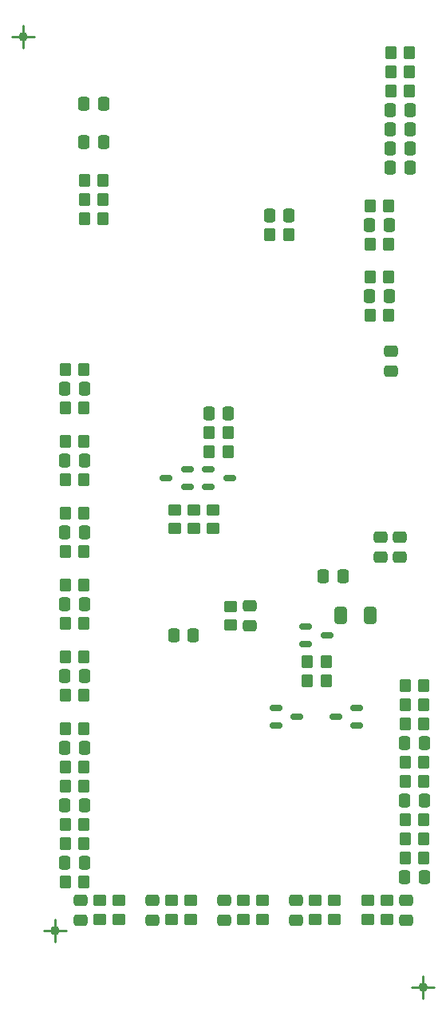
<source format=gbp>
%TF.GenerationSoftware,KiCad,Pcbnew,9.0.7-9.0.7~ubuntu24.04.1*%
%TF.CreationDate,2026-01-21T16:48:32-08:00*%
%TF.ProjectId,Pico-ButtonBoard-v1,5069636f-2d42-4757-9474-6f6e426f6172,1*%
%TF.SameCoordinates,Original*%
%TF.FileFunction,Paste,Bot*%
%TF.FilePolarity,Positive*%
%FSLAX46Y46*%
G04 Gerber Fmt 4.6, Leading zero omitted, Abs format (unit mm)*
G04 Created by KiCad (PCBNEW 9.0.7-9.0.7~ubuntu24.04.1) date 2026-01-21 16:48:32*
%MOMM*%
%LPD*%
G01*
G04 APERTURE LIST*
G04 Aperture macros list*
%AMRoundRect*
0 Rectangle with rounded corners*
0 $1 Rounding radius*
0 $2 $3 $4 $5 $6 $7 $8 $9 X,Y pos of 4 corners*
0 Add a 4 corners polygon primitive as box body*
4,1,4,$2,$3,$4,$5,$6,$7,$8,$9,$2,$3,0*
0 Add four circle primitives for the rounded corners*
1,1,$1+$1,$2,$3*
1,1,$1+$1,$4,$5*
1,1,$1+$1,$6,$7*
1,1,$1+$1,$8,$9*
0 Add four rect primitives between the rounded corners*
20,1,$1+$1,$2,$3,$4,$5,0*
20,1,$1+$1,$4,$5,$6,$7,0*
20,1,$1+$1,$6,$7,$8,$9,0*
20,1,$1+$1,$8,$9,$2,$3,0*%
G04 Aperture macros list end*
%ADD10C,0.254000*%
%ADD11C,0.500000*%
%ADD12RoundRect,0.250000X-0.350000X-0.450000X0.350000X-0.450000X0.350000X0.450000X-0.350000X0.450000X0*%
%ADD13RoundRect,0.250000X-0.337500X-0.475000X0.337500X-0.475000X0.337500X0.475000X-0.337500X0.475000X0*%
%ADD14RoundRect,0.250000X0.475000X-0.337500X0.475000X0.337500X-0.475000X0.337500X-0.475000X-0.337500X0*%
%ADD15RoundRect,0.250000X-0.450000X0.350000X-0.450000X-0.350000X0.450000X-0.350000X0.450000X0.350000X0*%
%ADD16RoundRect,0.150000X-0.512500X-0.150000X0.512500X-0.150000X0.512500X0.150000X-0.512500X0.150000X0*%
%ADD17RoundRect,0.250000X0.350000X0.450000X-0.350000X0.450000X-0.350000X-0.450000X0.350000X-0.450000X0*%
%ADD18RoundRect,0.250000X0.337500X0.475000X-0.337500X0.475000X-0.337500X-0.475000X0.337500X-0.475000X0*%
%ADD19RoundRect,0.150000X0.512500X0.150000X-0.512500X0.150000X-0.512500X-0.150000X0.512500X-0.150000X0*%
%ADD20RoundRect,0.250000X0.450000X-0.350000X0.450000X0.350000X-0.450000X0.350000X-0.450000X-0.350000X0*%
%ADD21RoundRect,0.250000X-0.475000X0.337500X-0.475000X-0.337500X0.475000X-0.337500X0.475000X0.337500X0*%
%ADD22RoundRect,0.250000X0.412500X0.650000X-0.412500X0.650000X-0.412500X-0.650000X0.412500X-0.650000X0*%
G04 APERTURE END LIST*
D10*
%TO.C,FID5*%
X183845200Y-171850200D02*
X183845200Y-174250200D01*
X185045200Y-173050200D02*
X182645200Y-173050200D01*
D11*
X184095200Y-173050200D02*
G75*
G02*
X183595200Y-173050200I-250000J0D01*
G01*
X183595200Y-173050200D02*
G75*
G02*
X184095200Y-173050200I250000J0D01*
G01*
D10*
%TO.C,FID4*%
X222910400Y-177844600D02*
X222910400Y-180244600D01*
X224110400Y-179044600D02*
X221710400Y-179044600D01*
D11*
X223160400Y-179044600D02*
G75*
G02*
X222660400Y-179044600I-250000J0D01*
G01*
X222660400Y-179044600D02*
G75*
G02*
X223160400Y-179044600I250000J0D01*
G01*
D10*
%TO.C,FID6*%
X180467000Y-77032000D02*
X180467000Y-79432000D01*
X181667000Y-78232000D02*
X179267000Y-78232000D01*
D11*
X180717000Y-78232000D02*
G75*
G02*
X180217000Y-78232000I-250000J0D01*
G01*
X180217000Y-78232000D02*
G75*
G02*
X180717000Y-78232000I250000J0D01*
G01*
%TD*%
D12*
%TO.C,R49*%
X217262200Y-103708200D03*
X219262200Y-103708200D03*
%TD*%
%TO.C,R56*%
X206645000Y-99187000D03*
X208645000Y-99187000D03*
%TD*%
%TO.C,R74*%
X184928000Y-121158000D03*
X186928000Y-121158000D03*
%TD*%
D13*
%TO.C,C35*%
X184890500Y-123190000D03*
X186965500Y-123190000D03*
%TD*%
D14*
%TO.C,C12*%
X221107000Y-171913500D03*
X221107000Y-169838500D03*
%TD*%
D15*
%TO.C,R65*%
X196596000Y-128413000D03*
X196596000Y-130413000D03*
%TD*%
D16*
%TO.C,Q2*%
X210469500Y-142682000D03*
X210469500Y-140782000D03*
X212744500Y-141732000D03*
%TD*%
D17*
%TO.C,R73*%
X186928000Y-117602000D03*
X184928000Y-117602000D03*
%TD*%
%TO.C,R70*%
X188960000Y-95504000D03*
X186960000Y-95504000D03*
%TD*%
%TO.C,R69*%
X188960000Y-93472000D03*
X186960000Y-93472000D03*
%TD*%
D13*
%TO.C,C20*%
X217220800Y-98171000D03*
X219295800Y-98171000D03*
%TD*%
D18*
%TO.C,C9*%
X223033500Y-153162000D03*
X220958500Y-153162000D03*
%TD*%
D12*
%TO.C,R82*%
X184928000Y-151638000D03*
X186928000Y-151638000D03*
%TD*%
D14*
%TO.C,C18*%
X219515500Y-113686500D03*
X219515500Y-111611500D03*
%TD*%
%TO.C,C27*%
X201803000Y-171913500D03*
X201803000Y-169838500D03*
%TD*%
D13*
%TO.C,C16*%
X219434500Y-92075000D03*
X221509500Y-92075000D03*
%TD*%
D15*
%TO.C,R66*%
X196215000Y-169876000D03*
X196215000Y-171876000D03*
%TD*%
D17*
%TO.C,R54*%
X212607000Y-146558000D03*
X210607000Y-146558000D03*
%TD*%
D16*
%TO.C,D24*%
X207269500Y-151318000D03*
X207269500Y-149418000D03*
X209544500Y-150368000D03*
%TD*%
D13*
%TO.C,C21*%
X217224700Y-105740200D03*
X219299700Y-105740200D03*
%TD*%
D19*
%TO.C,D23*%
X215894500Y-149418000D03*
X215894500Y-151318000D03*
X213619500Y-150368000D03*
%TD*%
D20*
%TO.C,R62*%
X200660000Y-130413000D03*
X200660000Y-128413000D03*
%TD*%
%TO.C,R63*%
X198628000Y-130413000D03*
X198628000Y-128413000D03*
%TD*%
D18*
%TO.C,C29*%
X198522500Y-141732000D03*
X196447500Y-141732000D03*
%TD*%
D21*
%TO.C,C26*%
X204520800Y-138611700D03*
X204520800Y-140686700D03*
%TD*%
D17*
%TO.C,R83*%
X186928000Y-155702000D03*
X184928000Y-155702000D03*
%TD*%
D13*
%TO.C,C15*%
X219434500Y-90043000D03*
X221509500Y-90043000D03*
%TD*%
D15*
%TO.C,R59*%
X202488800Y-138649200D03*
X202488800Y-140649200D03*
%TD*%
D18*
%TO.C,C23*%
X214397500Y-135487500D03*
X212322500Y-135487500D03*
%TD*%
D12*
%TO.C,R72*%
X184928000Y-113538000D03*
X186928000Y-113538000D03*
%TD*%
D13*
%TO.C,C34*%
X184890500Y-115570000D03*
X186965500Y-115570000D03*
%TD*%
D20*
%TO.C,R52*%
X213487000Y-171876000D03*
X213487000Y-169876000D03*
%TD*%
D15*
%TO.C,R68*%
X188595000Y-169876000D03*
X188595000Y-171876000D03*
%TD*%
D12*
%TO.C,R76*%
X184928000Y-128778000D03*
X186928000Y-128778000D03*
%TD*%
D13*
%TO.C,C41*%
X184890500Y-165862000D03*
X186965500Y-165862000D03*
%TD*%
D20*
%TO.C,R64*%
X198247000Y-171876000D03*
X198247000Y-169876000D03*
%TD*%
D12*
%TO.C,R84*%
X184928000Y-157734000D03*
X186928000Y-157734000D03*
%TD*%
D17*
%TO.C,R87*%
X186928000Y-167894000D03*
X184928000Y-167894000D03*
%TD*%
%TO.C,R71*%
X188960000Y-97536000D03*
X186960000Y-97536000D03*
%TD*%
%TO.C,R75*%
X186928000Y-125222000D03*
X184928000Y-125222000D03*
%TD*%
%TO.C,R38*%
X222996000Y-155194000D03*
X220996000Y-155194000D03*
%TD*%
D14*
%TO.C,C30*%
X194183000Y-171913500D03*
X194183000Y-169838500D03*
%TD*%
D13*
%TO.C,C40*%
X184890500Y-159766000D03*
X186965500Y-159766000D03*
%TD*%
D17*
%TO.C,R41*%
X222996000Y-163322000D03*
X220996000Y-163322000D03*
%TD*%
%TO.C,R40*%
X222996000Y-161290000D03*
X220996000Y-161290000D03*
%TD*%
D12*
%TO.C,R80*%
X184928000Y-144018000D03*
X186928000Y-144018000D03*
%TD*%
D17*
%TO.C,R77*%
X186928000Y-132842000D03*
X184928000Y-132842000D03*
%TD*%
D12*
%TO.C,R43*%
X219472000Y-79883000D03*
X221472000Y-79883000D03*
%TD*%
D19*
%TO.C,Q4*%
X197911300Y-124119600D03*
X197911300Y-126019600D03*
X195636300Y-125069600D03*
%TD*%
D18*
%TO.C,C25*%
X208682500Y-97155000D03*
X206607500Y-97155000D03*
%TD*%
D13*
%TO.C,C14*%
X219434500Y-88011000D03*
X221509500Y-88011000D03*
%TD*%
D12*
%TO.C,R78*%
X184928000Y-136398000D03*
X186928000Y-136398000D03*
%TD*%
D13*
%TO.C,C32*%
X186922500Y-89408000D03*
X188997500Y-89408000D03*
%TD*%
D12*
%TO.C,R37*%
X220996000Y-151130000D03*
X222996000Y-151130000D03*
%TD*%
D16*
%TO.C,Q3*%
X200081300Y-126019600D03*
X200081300Y-124119600D03*
X202356300Y-125069600D03*
%TD*%
D20*
%TO.C,R57*%
X205867000Y-171876000D03*
X205867000Y-169876000D03*
%TD*%
%TO.C,R51*%
X217043000Y-171876000D03*
X217043000Y-169876000D03*
%TD*%
D18*
%TO.C,C13*%
X221509500Y-85979000D03*
X219434500Y-85979000D03*
%TD*%
D17*
%TO.C,R35*%
X222996000Y-147066000D03*
X220996000Y-147066000D03*
%TD*%
D22*
%TO.C,C22*%
X217259300Y-139623800D03*
X214134300Y-139623800D03*
%TD*%
D15*
%TO.C,R46*%
X219075000Y-169876000D03*
X219075000Y-171876000D03*
%TD*%
D17*
%TO.C,R61*%
X202193400Y-122224800D03*
X200193400Y-122224800D03*
%TD*%
D12*
%TO.C,R47*%
X217258300Y-96139000D03*
X219258300Y-96139000D03*
%TD*%
%TO.C,R42*%
X220996000Y-165354000D03*
X222996000Y-165354000D03*
%TD*%
D13*
%TO.C,C37*%
X184890500Y-138430000D03*
X186965500Y-138430000D03*
%TD*%
D12*
%TO.C,R45*%
X219472000Y-83947000D03*
X221472000Y-83947000D03*
%TD*%
D14*
%TO.C,C24*%
X209423000Y-171913500D03*
X209423000Y-169838500D03*
%TD*%
D17*
%TO.C,R85*%
X186928000Y-161798000D03*
X184928000Y-161798000D03*
%TD*%
D13*
%TO.C,C38*%
X184890500Y-146050000D03*
X186965500Y-146050000D03*
%TD*%
D17*
%TO.C,R79*%
X186928000Y-140462000D03*
X184928000Y-140462000D03*
%TD*%
D20*
%TO.C,R67*%
X190627000Y-171876000D03*
X190627000Y-169876000D03*
%TD*%
D14*
%TO.C,C17*%
X220472000Y-133400800D03*
X220472000Y-131325800D03*
%TD*%
D13*
%TO.C,C31*%
X186922500Y-85344000D03*
X188997500Y-85344000D03*
%TD*%
D12*
%TO.C,R44*%
X219472000Y-81915000D03*
X221472000Y-81915000D03*
%TD*%
D13*
%TO.C,C36*%
X184890500Y-130810000D03*
X186965500Y-130810000D03*
%TD*%
D14*
%TO.C,C19*%
X218440000Y-133400800D03*
X218440000Y-131325800D03*
%TD*%
D12*
%TO.C,R39*%
X220996000Y-157226000D03*
X222996000Y-157226000D03*
%TD*%
D17*
%TO.C,R81*%
X186928000Y-148082000D03*
X184928000Y-148082000D03*
%TD*%
D12*
%TO.C,R48*%
X217258300Y-100203000D03*
X219258300Y-100203000D03*
%TD*%
D15*
%TO.C,R55*%
X211455000Y-169876000D03*
X211455000Y-171876000D03*
%TD*%
D18*
%TO.C,C11*%
X223033500Y-167386000D03*
X220958500Y-167386000D03*
%TD*%
D13*
%TO.C,C39*%
X184890500Y-153670000D03*
X186965500Y-153670000D03*
%TD*%
%TO.C,C28*%
X200155900Y-118160800D03*
X202230900Y-118160800D03*
%TD*%
D12*
%TO.C,R60*%
X200193400Y-120192800D03*
X202193400Y-120192800D03*
%TD*%
%TO.C,R36*%
X220996000Y-149098000D03*
X222996000Y-149098000D03*
%TD*%
D14*
%TO.C,C33*%
X186563000Y-171913500D03*
X186563000Y-169838500D03*
%TD*%
D12*
%TO.C,R86*%
X184928000Y-163830000D03*
X186928000Y-163830000D03*
%TD*%
D18*
%TO.C,C10*%
X223033500Y-159258000D03*
X220958500Y-159258000D03*
%TD*%
D12*
%TO.C,R50*%
X217262200Y-107772200D03*
X219262200Y-107772200D03*
%TD*%
D15*
%TO.C,R58*%
X203835000Y-169876000D03*
X203835000Y-171876000D03*
%TD*%
D12*
%TO.C,R53*%
X210607000Y-144526000D03*
X212607000Y-144526000D03*
%TD*%
M02*

</source>
